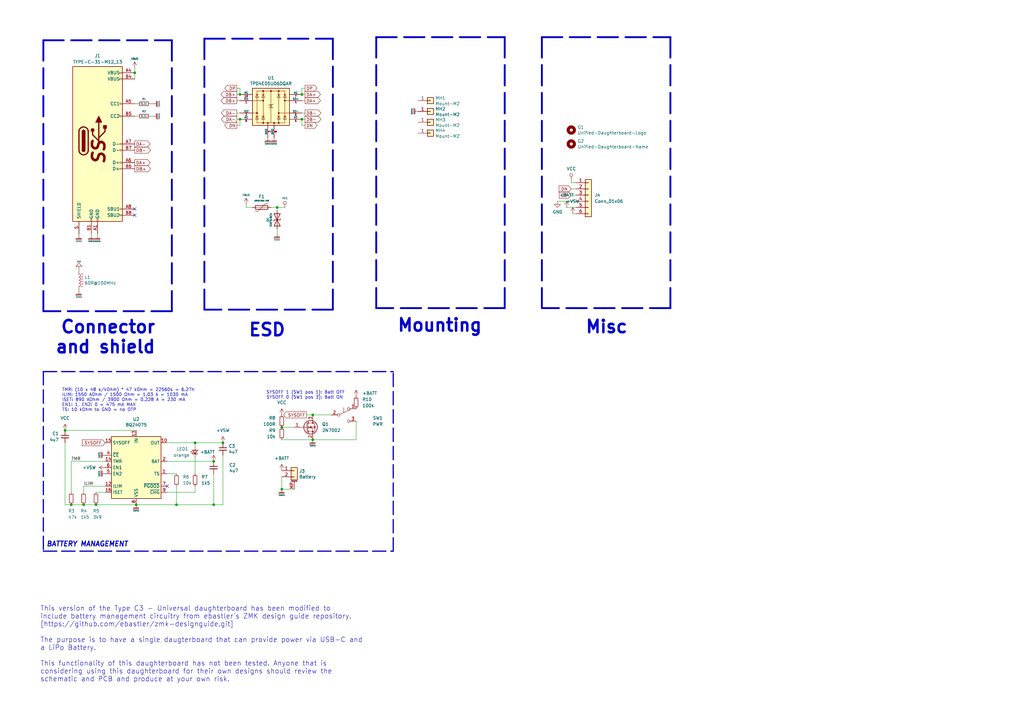
<source format=kicad_sch>
(kicad_sch (version 20231120) (generator "eeschema") (generator_version "8.0")
  (paper "A3")
  (title_block (title "Unified Daughterboard + Battery Management") (date "2020-03-22") (rev "C3") (company "Designed by the keyboard community"))
  (lib_symbols
    (symbol "+BATT_1" (power) (pin_numbers hide) (pin_names (offset 0) hide)
      (property "Value" "+BATT" (at 0 3.556 0))
      (symbol "+BATT_1_0_1"
        (polyline (pts (xy -0.762 1.27) (xy 0 2.54)))
        (polyline (pts (xy 0 0) (xy 0 2.54)))
        (polyline (pts (xy 0 2.54) (xy 0.762 1.27)))
      )
      (symbol "+BATT_1_1_1"
        (pin power_in line (at 0 0 90) (length 0) (name "~") (number "1"))
      )
    )
    (symbol "+VSW_1" (power) (pin_numbers hide) (pin_names (offset 0) hide)
      (property "Value" "+VSW" (at 0 3.556 0))
      (symbol "+VSW_1_0_1"
        (polyline (pts (xy -0.762 1.27) (xy 0 2.54)))
        (polyline (pts (xy 0 0) (xy 0 2.54)))
        (polyline (pts (xy 0 2.54) (xy 0.762 1.27)))
      )
      (symbol "+VSW_1_1_1"
        (pin power_in line (at 0 0 90) (length 0) (name "~") (number "1"))
      )
    )
    (symbol "Battery_Management:BQ24075RGT"
      (property "Reference" "U" (at -8.89 13.97 0))
      (property "Value" "BQ24075RGT" (at 16.51 13.97 0))
      (symbol "BQ24075RGT_0_1"
        (rectangle (start -10.16 12.7) (end 10.16 -12.7) (stroke (width 0.254)) (fill (type background)))
      )
      (symbol "BQ24075RGT_1_1"
        (pin passive line (at 12.7 -2.54 180) (length 2.54) (name "TS") (number "1"))
        (pin power_out line (at 12.7 10.16 180) (length 2.54) (name "OUT") (number "10"))
        (pin passive line (at 12.7 10.16 180) (length 2.54) hide (name "OUT") (number "11"))
        (pin passive line (at -12.7 -7.62 0) (length 2.54) (name "ILIM") (number "12"))
        (pin power_in line (at 0 15.24 270) (length 2.54) (name "IN") (number "13"))
        (pin input line (at -12.7 2.54 0) (length 2.54) (name "TMR") (number "14"))
        (pin input line (at -12.7 10.16 0) (length 2.54) (name "SYSOFF") (number "15"))
        (pin passive line (at -12.7 -10.16 0) (length 2.54) (name "ISET") (number "16"))
        (pin passive line (at 0 -15.24 90) (length 2.54) hide (name "VSS") (number "17"))
        (pin power_out line (at 12.7 2.54 180) (length 2.54) (name "BAT") (number "2"))
        (pin passive line (at 12.7 2.54 180) (length 2.54) hide (name "BAT") (number "3"))
        (pin input line (at -12.7 5.08 0) (length 2.54) (name "~{CE}") (number "4"))
        (pin input line (at -12.7 -2.54 0) (length 2.54) (name "EN2") (number "5"))
        (pin input line (at -12.7 0 0) (length 2.54) (name "EN1") (number "6"))
        (pin open_collector line (at 12.7 -7.62 180) (length 2.54) (name "~{PGOOD}") (number "7"))
        (pin power_in line (at 0 -15.24 90) (length 2.54) (name "VSS") (number "8"))
        (pin open_collector line (at 12.7 -10.16 180) (length 2.54) (name "~{CHG}") (number "9"))
      )
    )
    (symbol "Connector_Generic:Conn_01x01" (pin_names (offset 1.016) hide)
      (property "Reference" "J" (at 0 2.54 0))
      (property "Value" "Conn_01x01" (at 0 -2.54 0))
      (symbol "Conn_01x01_1_1"
        (rectangle (start -1.27 0.127) (end 0 -0.127) (stroke (width 0.1524)))
        (rectangle (start -1.27 1.27) (end 1.27 -1.27) (stroke (width 0.254)) (fill (type background)))
        (pin passive line (at -5.08 0 0) (length 3.81) (name "Pin_1") (number "1"))
      )
    )
    (symbol "Connector_Generic:Conn_01x06" (pin_names (offset 1.016) hide)
      (property "Reference" "J" (at 0 7.62 0))
      (property "Value" "Conn_01x06" (at 0 -10.16 0))
      (symbol "Conn_01x06_1_1"
        (rectangle (start -1.27 -7.493) (end 0 -7.747) (stroke (width 0.1524)))
        (rectangle (start -1.27 -4.953) (end 0 -5.207) (stroke (width 0.1524)))
        (rectangle (start -1.27 -2.413) (end 0 -2.667) (stroke (width 0.1524)))
        (rectangle (start -1.27 0.127) (end 0 -0.127) (stroke (width 0.1524)))
        (rectangle (start -1.27 2.667) (end 0 2.413) (stroke (width 0.1524)))
        (rectangle (start -1.27 5.207) (end 0 4.953) (stroke (width 0.1524)))
        (rectangle (start -1.27 6.35) (end 1.27 -8.89) (stroke (width 0.254)) (fill (type background)))
        (pin passive line (at -5.08 5.08 0) (length 3.81) (name "Pin_1") (number "1"))
        (pin passive line (at -5.08 2.54 0) (length 3.81) (name "Pin_2") (number "2"))
        (pin passive line (at -5.08 0 0) (length 3.81) (name "Pin_3") (number "3"))
        (pin passive line (at -5.08 -2.54 0) (length 3.81) (name "Pin_4") (number "4"))
        (pin passive line (at -5.08 -5.08 0) (length 3.81) (name "Pin_5") (number "5"))
        (pin passive line (at -5.08 -7.62 0) (length 3.81) (name "Pin_6") (number "6"))
      )
    )
    (symbol "Connector_Generic_MountingPin:Conn_01x02_MountingPin" (pin_names (offset 1.016) hide)
      (property "Reference" "J" (at 0 2.54 0))
      (property "Value" "Conn_01x02_MountingPin" (at 1.27 -5.08 0))
      (symbol "Conn_01x02_MountingPin_1_1"
        (rectangle (start -1.27 -2.413) (end 0 -2.667) (stroke (width 0.1524)))
        (rectangle (start -1.27 0.127) (end 0 -0.127) (stroke (width 0.1524)))
        (rectangle (start -1.27 1.27) (end 1.27 -3.81) (stroke (width 0.254)) (fill (type background)))
        (polyline (pts (xy -1.016 -4.572) (xy 1.016 -4.572)) (stroke (width 0.1524)))
        (text "Mounting" (at 0 -4.191 0) (effects (font (size 0.381 0.381))))
        (pin passive line (at -5.08 0 0) (length 3.81) (name "Pin_1") (number "1"))
        (pin passive line (at -5.08 -2.54 0) (length 3.81) (name "Pin_2") (number "2"))
        (pin passive line (at 0 -7.62 90) (length 3.048) (name "MountPin") (number "MP"))
      )
    )
    (symbol "Device:C_Small" (pin_numbers hide) (pin_names (offset 0.254) hide)
      (property "Reference" "C" (at 0.254 1.778 0))
      (property "Value" "C_Small" (at 0.254 -2.032 0))
      (symbol "C_Small_0_1"
        (polyline (pts (xy -1.524 -0.508) (xy 1.524 -0.508)) (stroke (width 0.3302)))
        (polyline (pts (xy -1.524 0.508) (xy 1.524 0.508)) (stroke (width 0.3048)))
      )
      (symbol "C_Small_1_1"
        (pin passive line (at 0 2.54 270) (length 2.032) (name "~") (number "1"))
        (pin passive line (at 0 -2.54 90) (length 2.032) (name "~") (number "2"))
      )
    )
    (symbol "Device:D_TVS" (pin_numbers hide) (pin_names (offset 1.016) hide)
      (property "Reference" "D" (at 0 2.54 0))
      (property "Value" "D_TVS" (at 0 -2.54 0))
      (symbol "D_TVS_0_1"
        (polyline (pts (xy 1.27 0) (xy -1.27 0)))
        (polyline (pts (xy 0.508 1.27) (xy 0 1.27) (xy 0 -1.27) (xy -0.508 -1.27)) (stroke (width 0.254)))
        (polyline (pts (xy -2.54 1.27) (xy -2.54 -1.27) (xy 2.54 1.27) (xy 2.54 -1.27) (xy -2.54 1.27)) (stroke (width 0.254)))
      )
      (symbol "D_TVS_1_1"
        (pin passive line (at -3.81 0 0) (length 2.54) (name "A1") (number "1"))
        (pin passive line (at 3.81 0 180) (length 2.54) (name "A2") (number "2"))
      )
    )
    (symbol "Device:LED_Small" (pin_numbers hide) (pin_names (offset 0.254) hide)
      (property "Reference" "D" (at -1.27 3.175 0))
      (property "Value" "LED_Small" (at -4.445 -2.54 0))
      (symbol "LED_Small_0_1"
        (polyline (pts (xy -0.762 -1.016) (xy -0.762 1.016)) (stroke (width 0.254)))
        (polyline (pts (xy 1.016 0) (xy -0.762 0)))
        (polyline (pts (xy 0.762 -1.016) (xy -0.762 0) (xy 0.762 1.016) (xy 0.762 -1.016)) (stroke (width 0.254)))
        (polyline (pts (xy 0 0.762) (xy -0.508 1.27) (xy -0.254 1.27) (xy -0.508 1.27) (xy -0.508 1.016)))
        (polyline (pts (xy 0.508 1.27) (xy 0 1.778) (xy 0.254 1.778) (xy 0 1.778) (xy 0 1.524)))
      )
      (symbol "LED_Small_1_1"
        (pin passive line (at -2.54 0 0) (length 1.778) (name "K") (number "1"))
        (pin passive line (at 2.54 0 180) (length 1.778) (name "A") (number "2"))
      )
    )
    (symbol "Device:Polyfuse" (pin_numbers hide) (pin_names (offset 0))
      (property "Reference" "F" (at -2.54 0 90))
      (property "Value" "Polyfuse" (at 2.54 0 90))
      (symbol "Polyfuse_0_1"
        (rectangle (start -0.762 2.54) (end 0.762 -2.54) (stroke (width 0.254)))
        (polyline (pts (xy 0 2.54) (xy 0 -2.54)))
        (polyline (pts (xy -1.524 2.54) (xy -1.524 1.524) (xy 1.524 -1.524) (xy 1.524 -2.54)))
      )
      (symbol "Polyfuse_1_1"
        (pin passive line (at 0 3.81 270) (length 1.27) (name "~") (number "1"))
        (pin passive line (at 0 -3.81 90) (length 1.27) (name "~") (number "2"))
      )
    )
    (symbol "Device:R_Small" (pin_numbers hide) (pin_names (offset 0.254) hide)
      (property "Reference" "R" (at 0.762 0.508 0))
      (property "Value" "R_Small" (at 0.762 -1.016 0))
      (symbol "R_Small_0_1"
        (rectangle (start -0.762 1.778) (end 0.762 -1.778) (stroke (width 0.2032)))
      )
      (symbol "R_Small_1_1"
        (pin passive line (at 0 2.54 270) (length 0.762) (name "~") (number "1"))
        (pin passive line (at 0 -2.54 90) (length 0.762) (name "~") (number "2"))
      )
    )
    (symbol "Mechanical:MountingHole" (pin_names (offset 1.016)) (exclude_from_sim yes) (in_bom no)
      (property "Reference" "H" (at 0 5.08 0))
      (property "Value" "MountingHole" (at 0 3.175 0))
      (symbol "MountingHole_0_1"
        (circle (center 0 0) (radius 1.27) (stroke (width 1.27)))
      )
    )
    (symbol "Switch:SW_Push_SPDT" (pin_names (offset 0) hide)
      (property "Reference" "SW" (at 0 4.318 0))
      (property "Value" "SW_Push_SPDT" (at 0 -5.08 0))
      (symbol "SW_Push_SPDT_0_0"
        (circle (center -2.032 0) (radius 0.508))
        (polyline (pts (xy 0 1.016) (xy 0 3.048)))
        (circle (center 2.032 -2.54) (radius 0.508))
      )
      (symbol "SW_Push_SPDT_0_1"
        (polyline (pts (xy -1.524 0.254) (xy 2.54 2.032)))
        (circle (center 2.032 2.54) (radius 0.508))
      )
      (symbol "SW_Push_SPDT_1_1"
        (pin passive line (at 5.08 2.54 180) (length 2.54) (name "A") (number "1"))
        (pin passive line (at -5.08 0 0) (length 2.54) (name "B") (number "2"))
        (pin passive line (at 5.08 -2.54 180) (length 2.54) (name "C") (number "3"))
      )
    )
    (symbol "Transistor_FET:2N7002" (pin_names hide)
      (property "Reference" "Q" (at 5.08 1.905 0))
      (property "Value" "2N7002" (at 5.08 0 0))
      (symbol "2N7002_0_1"
        (polyline (pts (xy 0.254 0) (xy -2.54 0)))
        (polyline (pts (xy 0.254 1.905) (xy 0.254 -1.905)) (stroke (width 0.254)))
        (polyline (pts (xy 0.762 -1.27) (xy 0.762 -2.286)) (stroke (width 0.254)))
        (polyline (pts (xy 0.762 0.508) (xy 0.762 -0.508)) (stroke (width 0.254)))
        (polyline (pts (xy 0.762 2.286) (xy 0.762 1.27)) (stroke (width 0.254)))
        (polyline (pts (xy 2.54 2.54) (xy 2.54 1.778)))
        (polyline (pts (xy 2.54 -2.54) (xy 2.54 0) (xy 0.762 0)))
        (polyline (pts (xy 0.762 -1.778) (xy 3.302 -1.778) (xy 3.302 1.778) (xy 0.762 1.778)))
        (polyline (pts (xy 1.016 0) (xy 2.032 0.381) (xy 2.032 -0.381) (xy 1.016 0)) (fill (type outline)))
        (polyline (pts (xy 2.794 0.508) (xy 2.921 0.381) (xy 3.683 0.381) (xy 3.81 0.254)))
        (polyline (pts (xy 3.302 0.381) (xy 2.921 -0.254) (xy 3.683 -0.254) (xy 3.302 0.381)))
        (circle (center 1.651 0) (radius 2.794) (stroke (width 0.254)))
        (circle (center 2.54 -1.778) (radius 0.254) (fill (type outline)))
        (circle (center 2.54 1.778) (radius 0.254) (fill (type outline)))
      )
      (symbol "2N7002_1_1"
        (pin input line (at -5.08 0 0) (length 2.54) (name "G") (number "1"))
        (pin passive line (at 2.54 -5.08 90) (length 2.54) (name "S") (number "2"))
        (pin passive line (at 2.54 5.08 270) (length 2.54) (name "D") (number "3"))
      )
    )
    (symbol "Unified-Daughterboard-rescue:GND-power" (power) (pin_names (offset 0))
      (property "Value" "power_GND" (at 0 -3.81 0))
      (symbol "GND-power_0_1"
        (polyline (pts (xy 0 0) (xy 0 -1.27) (xy 1.27 -1.27) (xy 0 -2.54) (xy -1.27 -1.27) (xy 0 -1.27)))
      )
      (symbol "GND-power_1_1"
        (pin power_in line (at 0 0 270) (length 0) hide (name "GND") (number "1"))
      )
    )
    (symbol "Unified-Daughterboard-rescue:GNDPWR-power" (power) (pin_names (offset 0))
      (property "Value" "power_GNDPWR" (at 0 -3.302 0))
      (symbol "GNDPWR-power_0_1"
        (polyline (pts (xy 0 -1.27) (xy 0 0)))
        (polyline (pts (xy -1.016 -1.27) (xy -1.27 -2.032) (xy -1.27 -2.032)) (stroke (width 0.2032)))
        (polyline (pts (xy -0.508 -1.27) (xy -0.762 -2.032) (xy -0.762 -2.032)) (stroke (width 0.2032)))
        (polyline (pts (xy 0 -1.27) (xy -0.254 -2.032) (xy -0.254 -2.032)) (stroke (width 0.2032)))
        (polyline (pts (xy 0.508 -1.27) (xy 0.254 -2.032) (xy 0.254 -2.032)) (stroke (width 0.2032)))
        (polyline (pts (xy 1.016 -1.27) (xy -1.016 -1.27) (xy -1.016 -1.27)) (stroke (width 0.2032)))
        (polyline (pts (xy 1.016 -1.27) (xy 0.762 -2.032) (xy 0.762 -2.032) (xy 0.762 -2.032)) (stroke (width 0.2032)))
      )
      (symbol "GNDPWR-power_1_1"
        (pin power_in line (at 0 0 270) (length 0) hide (name "GNDPWR") (number "1"))
      )
    )
    (symbol "Unified-Daughterboard-rescue:L_Core_Ferrite-Device" (pin_numbers hide) (pin_names (offset 1.016) hide)
      (property "Reference" "L" (at -1.27 0 90))
      (property "Value" "Device_L_Core_Ferrite" (at 2.794 0 90))
      (symbol "L_Core_Ferrite-Device_0_1"
        (arc (start 0 -2.54) (mid 0.635 -1.905) (end 0 -1.27))
        (arc (start 0 -1.27) (mid 0.635 -0.635) (end 0 0))
        (polyline (pts (xy 1.016 -2.794) (xy 1.016 -2.286)))
        (polyline (pts (xy 1.016 -1.778) (xy 1.016 -1.27)))
        (polyline (pts (xy 1.016 -0.762) (xy 1.016 -0.254)))
        (polyline (pts (xy 1.016 0.254) (xy 1.016 0.762)))
        (polyline (pts (xy 1.016 1.27) (xy 1.016 1.778)))
        (polyline (pts (xy 1.016 2.286) (xy 1.016 2.794)))
        (polyline (pts (xy 1.524 -2.286) (xy 1.524 -2.794)))
        (polyline (pts (xy 1.524 -1.27) (xy 1.524 -1.778)))
        (polyline (pts (xy 1.524 -0.254) (xy 1.524 -0.762)))
        (polyline (pts (xy 1.524 0.762) (xy 1.524 0.254)))
        (polyline (pts (xy 1.524 1.778) (xy 1.524 1.27)))
        (polyline (pts (xy 1.524 2.794) (xy 1.524 2.286)))
        (arc (start 0 0) (mid 0.635 0.635) (end 0 1.27))
        (arc (start 0 1.27) (mid 0.635 1.905) (end 0 2.54))
      )
      (symbol "L_Core_Ferrite-Device_1_1"
        (pin passive line (at 0 3.81 270) (length 1.27) (name "1") (number "1"))
        (pin passive line (at 0 -3.81 90) (length 1.27) (name "2") (number "2"))
      )
    )
    (symbol "Unified-Daughterboard-rescue:VBUS-power" (power) (pin_names (offset 0))
      (property "Value" "power_VBUS" (at 0 3.81 0))
      (symbol "VBUS-power_0_1"
        (polyline (pts (xy -0.762 1.27) (xy 0 2.54)))
        (polyline (pts (xy 0 0) (xy 0 2.54)))
        (polyline (pts (xy 0 2.54) (xy 0.762 1.27)))
      )
      (symbol "VBUS-power_1_1"
        (pin power_in line (at 0 0 90) (length 0) hide (name "VBUS") (number "1"))
      )
    )
    (symbol "Unified-Daughterboard-rescue:VCC-power" (power) (pin_names (offset 0))
      (property "Value" "power_VCC" (at 0 3.81 0))
      (symbol "VCC-power_0_1"
        (polyline (pts (xy 0 0) (xy 0 1.27)))
        (circle (center 0 1.905) (radius 0.635))
      )
      (symbol "VCC-power_1_1"
        (pin power_in line (at 0 0 90) (length 0) hide (name "VCC") (number "1"))
      )
    )
    (symbol "acheronSymbols:TPD4E05U06DQAR" (pin_names (offset 0))
      (property "Reference" "U" (at 0 12.7 0))
      (property "Value" "TPD4E05U06DQAR" (at 0 10.16 0))
      (symbol "TPD4E05U06DQAR_0_0"
        (rectangle (start -5.715 6.477) (end 5.715 -6.604))
        (polyline (pts (xy -3.175 -6.604) (xy -3.175 6.477)))
        (polyline (pts (xy 0 6.477) (xy 0 -6.604)))
        (polyline (pts (xy 3.175 6.477) (xy 3.175 -6.604)))
      )
      (symbol "TPD4E05U06DQAR_0_1"
        (rectangle (start -7.62 7.62) (end 7.62 -7.62) (stroke (width 0.254)) (fill (type background)))
        (circle (center -5.715 -2.54) (radius 0.2794) (fill (type outline)))
        (circle (center -3.175 -6.604) (radius 0.2794) (fill (type outline)))
        (circle (center -3.175 2.54) (radius 0.2794) (fill (type outline)))
        (circle (center -3.175 6.477) (radius 0.2794) (fill (type outline)))
        (circle (center -1.27 -6.604) (radius 0.2794) (fill (type outline)))
        (polyline (pts (xy -7.747 2.54) (xy -3.175 2.54)))
        (polyline (pts (xy -7.62 -2.54) (xy -5.715 -2.54)))
        (polyline (pts (xy -5.08 -3.81) (xy -6.35 -3.81)))
        (polyline (pts (xy -5.08 5.08) (xy -6.35 5.08)))
        (polyline (pts (xy -2.54 -3.81) (xy -3.81 -3.81)))
        (polyline (pts (xy -2.54 5.08) (xy -3.81 5.08)))
        (polyline (pts (xy -1.27 -6.604) (xy -1.27 -7.62)))
        (polyline (pts (xy -0.635 0.889) (xy -1.016 0.635)))
        (polyline (pts (xy 0.635 0.889) (xy -0.635 0.889)))
        (polyline (pts (xy 0.635 0.889) (xy 1.016 1.143)))
        (polyline (pts (xy 3.81 -3.81) (xy 2.54 -3.81)))
        (polyline (pts (xy 3.81 5.08) (xy 2.54 5.08)))
        (polyline (pts (xy 6.35 -3.81) (xy 5.08 -3.81)))
        (polyline (pts (xy 6.35 5.08) (xy 5.08 5.08)))
        (polyline (pts (xy 7.62 -2.54) (xy 3.175 -2.54)))
        (polyline (pts (xy 7.62 2.54) (xy 5.715 2.54)))
        (polyline (pts (xy -5.08 -5.08) (xy -6.35 -5.08) (xy -5.715 -3.81) (xy -5.08 -5.08)))
        (polyline (pts (xy -5.08 3.81) (xy -6.35 3.81) (xy -5.715 5.08) (xy -5.08 3.81)))
        (polyline (pts (xy -2.54 -5.08) (xy -3.81 -5.08) (xy -3.175 -3.81) (xy -2.54 -5.08)))
        (polyline (pts (xy -2.54 3.81) (xy -3.81 3.81) (xy -3.175 5.08) (xy -2.54 3.81)))
        (polyline (pts (xy 0.635 -0.381) (xy -0.635 -0.381) (xy 0 0.889) (xy 0.635 -0.381)))
        (polyline (pts (xy 3.81 -5.08) (xy 2.54 -5.08) (xy 3.175 -3.81) (xy 3.81 -5.08)))
        (polyline (pts (xy 3.81 3.81) (xy 2.54 3.81) (xy 3.175 5.08) (xy 3.81 3.81)))
        (polyline (pts (xy 6.35 -5.08) (xy 5.08 -5.08) (xy 5.715 -3.81) (xy 6.35 -5.08)))
        (polyline (pts (xy 6.35 3.81) (xy 5.08 3.81) (xy 5.715 5.08) (xy 6.35 3.81)))
        (circle (center 0 6.477) (radius 0.2794) (fill (type outline)))
        (circle (center 3.175 -6.604) (radius 0.2794) (fill (type outline)))
        (circle (center 3.175 -2.54) (radius 0.2794) (fill (type outline)))
        (circle (center 3.175 6.477) (radius 0.2794) (fill (type outline)))
        (circle (center 5.715 2.54) (radius 0.2794) (fill (type outline)))
      )
      (symbol "TPD4E05U06DQAR_1_1"
        (polyline (pts (xy 1.27 -6.604) (xy 1.27 -7.62)))
        (circle (center 1.27 -6.604) (radius 0.2794) (fill (type outline)))
        (pin bidirectional line (at -12.7 2.54 0) (length 5.08) (name "IO1") (number "1"))
        (pin bidirectional line (at -12.7 5.08 0) (length 5.08) (name "NC") (number "10"))
        (pin bidirectional line (at -12.7 -2.54 0) (length 5.08) (name "IO2") (number "2"))
        (pin power_in line (at -1.27 -12.7 90) (length 5.08) (name "GND") (number "3"))
        (pin bidirectional line (at 12.7 2.54 180) (length 5.08) (name "D2+") (number "4"))
        (pin bidirectional line (at 12.7 -2.54 180) (length 5.08) (name "D2-") (number "5"))
        (pin bidirectional line (at 12.7 -5.08 180) (length 5.08) (name "NC") (number "6"))
        (pin bidirectional line (at 12.7 5.08 180) (length 5.08) (name "NC") (number "7"))
        (pin power_in line (at 1.27 -12.7 90) (length 5.08) (name "GND") (number "8"))
        (pin bidirectional line (at -12.7 -5.08 0) (length 5.08) (name "NC") (number "9"))
      )
    )
    (symbol "acheronSymbols:TYPE-C-31-M12_13" (pin_names (offset 1.016))
      (property "Reference" "J" (at -1.27 35.56 0))
      (property "Value" "TYPE-C-31-M12_13" (at 10.16 33.02 0))
      (symbol "TYPE-C-31-M12_13_0_0"
        (rectangle (start -0.254 -31.75) (end 0.254 -30.734))
        (rectangle (start 10.16 -28.956) (end 9.144 -29.464))
        (rectangle (start 10.16 -26.416) (end 9.144 -26.924))
        (rectangle (start 10.16 -9.906) (end 9.144 -10.414))
        (rectangle (start 10.16 -7.366) (end 9.144 -7.874))
        (rectangle (start 10.16 -2.286) (end 9.144 -2.794))
        (rectangle (start 10.16 0.254) (end 9.144 -0.254))
        (rectangle (start 10.16 11.684) (end 9.144 11.176))
        (rectangle (start 10.16 16.764) (end 9.144 16.256))
        (rectangle (start 10.16 29.464) (end 9.144 28.956))
        (text "SS" (at 0.508 -3.175 900) (effects (font (size 5.08 5.08) (bold yes) (italic yes))))
      )
      (symbol "TYPE-C-31-M12_13_0_1"
        (rectangle (start -10.16 31.75) (end 10.16 -31.75) (stroke (width 0.254)) (fill (type background)))
        (arc (start -7.62 -2.54) (mid -5.715 -4.445) (end -3.81 -2.54) (stroke (width 0.508)))
        (arc (start -6.35 -2.54) (mid -5.715 -3.175) (end -5.08 -2.54) (stroke (width 0.254)))
        (arc (start -6.35 -2.54) (mid -5.715 -3.175) (end -5.08 -2.54) (stroke (width 0.254)) (fill (type outline)))
        (rectangle (start -6.35 -2.54) (end -5.08 5.08) (stroke (width 0.254)) (fill (type outline)))
        (arc (start -5.08 5.08) (mid -5.715 5.715) (end -6.35 5.08) (stroke (width 0.254)))
        (arc (start -5.08 5.08) (mid -5.715 5.715) (end -6.35 5.08) (stroke (width 0.254)) (fill (type outline)))
        (arc (start -3.81 5.08) (mid -5.715 6.985) (end -7.62 5.08) (stroke (width 0.508)))
        (circle (center -2.032 5.715) (radius 0.635) (stroke (width 0.254)) (fill (type outline)))
        (polyline (pts (xy -7.62 -2.54) (xy -7.62 5.08)) (stroke (width 0.508)))
        (polyline (pts (xy -3.81 5.08) (xy -3.81 -2.54)) (stroke (width 0.508)))
        (polyline (pts (xy 0.508 0) (xy 0.508 8.89)) (stroke (width 0.508)))
        (polyline (pts (xy 0.508 1.27) (xy -2.032 3.81) (xy -2.032 5.08)) (stroke (width 0.508)))
        (polyline (pts (xy 0.508 2.54) (xy 3.048 5.08) (xy 3.048 6.35)) (stroke (width 0.508)))
        (polyline (pts (xy -0.762 8.89) (xy 0.508 11.43) (xy 1.778 8.89) (xy -0.762 8.89)) (stroke (width 0.254)) (fill (type outline)))
        (rectangle (start 2.413 6.35) (end 3.683 7.62) (stroke (width 0.254)) (fill (type outline)))
      )
      (symbol "TYPE-C-31-M12_13_1_1"
        (rectangle (start -2.794 -31.75) (end -2.286 -30.734))
        (rectangle (start 10.16 26.924) (end 9.144 26.416))
        (pin power_out line (at 0 -36.83 90) (length 5.08) (name "GND") (number "A1"))
        (pin power_out line (at 15.24 29.21 180) (length 5.08) (name "VBUS") (number "A4"))
        (pin bidirectional line (at 15.24 16.51 180) (length 5.08) (name "CC1") (number "A5"))
        (pin bidirectional line (at 15.24 -7.62 180) (length 5.08) (name "D+") (number "A6"))
        (pin bidirectional line (at 15.24 0 180) (length 5.08) (name "D-") (number "A7"))
        (pin bidirectional line (at 15.24 -26.67 180) (length 5.08) (name "SBU1") (number "A8"))
        (pin power_out line (at -2.54 -36.83 90) (length 5.08) (name "GND") (number "B1"))
        (pin power_out line (at 15.24 26.67 180) (length 5.08) (name "VBUS") (number "B4"))
        (pin bidirectional line (at 15.24 11.43 180) (length 5.08) (name "CC2") (number "B5"))
        (pin bidirectional line (at 15.24 -10.16 180) (length 5.08) (name "D+") (number "B6"))
        (pin bidirectional line (at 15.24 -2.54 180) (length 5.08) (name "D-") (number "B7"))
        (pin bidirectional line (at 15.24 -29.21 180) (length 5.08) (name "SBU2") (number "B8"))
        (pin passive line (at -7.62 -36.83 90) (length 5.08) (name "SHIELD") (number "S"))
      )
    )
    (symbol "power:+BATT" (power) (pin_names (offset 0))
      (property "Value" "+BATT" (at 0 3.556 0))
      (symbol "+BATT_0_1"
        (polyline (pts (xy -0.762 1.27) (xy 0 2.54)))
        (polyline (pts (xy 0 0) (xy 0 2.54)))
        (polyline (pts (xy 0 2.54) (xy 0.762 1.27)))
      )
      (symbol "+BATT_1_1"
        (pin power_in line (at 0 0 90) (length 0) hide (name "+BATT") (number "1"))
      )
    )
    (symbol "power:+VSW" (power) (pin_names (offset 0))
      (property "Value" "+VSW" (at 0 3.556 0))
      (symbol "+VSW_0_1"
        (polyline (pts (xy -0.762 1.27) (xy 0 2.54)))
        (polyline (pts (xy 0 0) (xy 0 2.54)))
        (polyline (pts (xy 0 2.54) (xy 0.762 1.27)))
      )
      (symbol "+VSW_1_1"
        (pin power_in line (at 0 0 90) (length 0) hide (name "+VSW") (number "1"))
      )
    )
    (symbol "power:VCC" (power) (pin_numbers hide) (pin_names (offset 0) hide)
      (property "Value" "VCC" (at 0 3.556 0))
      (symbol "VCC_0_1"
        (polyline (pts (xy -0.762 1.27) (xy 0 2.54)))
        (polyline (pts (xy 0 0) (xy 0 2.54)))
        (polyline (pts (xy 0 2.54) (xy 0.762 1.27)))
      )
      (symbol "VCC_1_1"
        (pin power_in line (at 0 0 90) (length 0) (name "~") (number "1"))
      )
    )
  )
  (junction (at 115.57 175.26))
  (junction (at 128.27 170.18))
  (junction (at 29.21 207.01) (diameter 0.9144))
  (junction (at 123.825 38.735))
  (junction (at 123.825 48.895))
  (junction (at 98.425 38.735))
  (junction (at 128.27 180.34))
  (junction (at 39.37 207.01) (diameter 0.9144))
  (junction (at 87.63 207.01))
  (junction (at 26.67 176.53))
  (junction (at 55.88 207.01) (diameter 0.9144))
  (junction (at 72.39 207.01) (diameter 0.9144))
  (junction (at 34.29 207.01) (diameter 0.9144))
  (junction (at 87.63 189.23) (diameter 0.9144))
  (junction (at 91.44 181.61))
  (junction (at 115.57 200.66))
  (junction (at 80.01 181.61))
  (junction (at 55.245 29.845))
  (junction (at 98.425 48.895))
  (junction (at 113.665 85.09))
  (no_connect (at 55.245 85.725))
  (no_connect (at 55.245 88.265))
  (no_connect (at 68.58 199.39))
  (wire (pts (xy 234.315 73.66) (xy 234.315 74.93)))
  (polyline (pts (xy 274.955 15.24) (xy 274.955 126.365)) (stroke (width 0.762) (type dash)))
  (wire (pts (xy 91.44 186.69) (xy 91.44 207.01)))
  (wire (pts (xy 37.465 95.885) (xy 37.465 96.52)))
  (wire (pts (xy 68.58 189.23) (xy 87.63 189.23)))
  (wire (pts (xy 68.58 194.31) (xy 72.39 194.31)))
  (wire (pts (xy 113.665 85.09) (xy 113.665 86.36)))
  (wire (pts (xy 97.155 46.355) (xy 98.425 46.355)))
  (wire (pts (xy 98.425 36.195) (xy 98.425 38.735)))
  (wire (pts (xy 34.29 199.39) (xy 34.29 201.93)))
  (wire (pts (xy 55.245 47.625) (xy 56.515 47.625)))
  (wire (pts (xy 236.22 77.47) (xy 234.315 77.47)))
  (wire (pts (xy 29.21 189.23) (xy 43.18 189.23)))
  (wire (pts (xy 125.095 36.195) (xy 123.825 36.195)))
  (polyline (pts (xy 17.78 152.4) (xy 161.29 152.4)) (stroke (width 0.5) (type dash)))
  (wire (pts (xy 68.58 181.61) (xy 80.01 181.61)))
  (wire (pts (xy 80.01 187.96) (xy 80.01 194.31)))
  (wire (pts (xy 115.57 195.58) (xy 115.57 200.66)))
  (polyline (pts (xy 83.82 15.875) (xy 136.525 15.875)) (stroke (width 0.762) (type dash)))
  (wire (pts (xy 80.01 182.88) (xy 80.01 181.61)))
  (wire (pts (xy 26.67 181.61) (xy 26.67 207.01)))
  (wire (pts (xy 97.155 38.735) (xy 98.425 38.735)))
  (polyline (pts (xy 207.01 126.365) (xy 154.305 126.365)) (stroke (width 0.762) (type dash)))
  (polyline (pts (xy 17.78 16.51) (xy 17.78 127.635)) (stroke (width 0.762) (type dash)))
  (wire (pts (xy 55.245 27.94) (xy 55.245 29.845)))
  (wire (pts (xy 34.29 199.39) (xy 43.18 199.39)))
  (polyline (pts (xy 161.29 226.06) (xy 161.29 152.4)) (stroke (width 0.5) (type dash)))
  (wire (pts (xy 228.6 82.55) (xy 236.22 82.55)))
  (polyline (pts (xy 17.78 152.4) (xy 17.78 226.06)) (stroke (width 0.5) (type dash)))
  (polyline (pts (xy 70.485 127.635) (xy 17.78 127.635)) (stroke (width 0.762) (type dash)))
  (wire (pts (xy 123.825 48.895) (xy 125.095 48.895)))
  (wire (pts (xy 232.41 85.09) (xy 236.22 85.09)))
  (wire (pts (xy 123.825 46.355) (xy 125.095 46.355)))
  (polyline (pts (xy 154.305 15.24) (xy 207.01 15.24)) (stroke (width 0.762) (type dash)))
  (wire (pts (xy 72.39 207.01) (xy 87.63 207.01)))
  (wire (pts (xy 113.665 85.09) (xy 116.84 85.09)))
  (wire (pts (xy 123.825 41.275) (xy 125.095 41.275)))
  (wire (pts (xy 55.245 42.545) (xy 56.515 42.545)))
  (wire (pts (xy 146.05 180.34) (xy 128.27 180.34)))
  (wire (pts (xy 32.385 95.885) (xy 32.385 96.52)))
  (wire (pts (xy 97.155 51.435) (xy 98.425 51.435)))
  (wire (pts (xy 91.44 207.01) (xy 87.63 207.01)))
  (polyline (pts (xy 222.25 15.24) (xy 222.25 126.365)) (stroke (width 0.762) (type dash)))
  (wire (pts (xy 72.39 199.39) (xy 72.39 207.01)))
  (wire (pts (xy 87.63 194.31) (xy 87.63 207.01)))
  (wire (pts (xy 29.21 207.01) (xy 34.29 207.01)))
  (wire (pts (xy 68.58 201.93) (xy 80.01 201.93)))
  (wire (pts (xy 123.825 36.195) (xy 123.825 38.735)))
  (polyline (pts (xy 136.525 15.875) (xy 136.525 127)) (stroke (width 0.762) (type dash)))
  (wire (pts (xy 26.67 207.01) (xy 29.21 207.01)))
  (wire (pts (xy 115.57 175.26) (xy 120.65 175.26)))
  (wire (pts (xy 113.665 93.98) (xy 113.665 95.885)))
  (polyline (pts (xy 17.78 16.51) (xy 70.485 16.51)) (stroke (width 0.762) (type dash)))
  (wire (pts (xy 34.29 207.01) (xy 39.37 207.01)))
  (wire (pts (xy 128.27 170.18) (xy 135.89 170.18)))
  (wire (pts (xy 97.155 48.895) (xy 98.425 48.895)))
  (wire (pts (xy 123.825 38.735) (xy 125.095 38.735)))
  (polyline (pts (xy 207.01 15.24) (xy 207.01 126.365)) (stroke (width 0.762) (type dash)))
  (wire (pts (xy 125.73 170.18) (xy 128.27 170.18)))
  (polyline (pts (xy 222.25 15.24) (xy 274.955 15.24)) (stroke (width 0.762) (type dash)))
  (wire (pts (xy 111.125 85.09) (xy 113.665 85.09)))
  (wire (pts (xy 123.825 48.895) (xy 123.825 51.435)))
  (wire (pts (xy 55.88 207.01) (xy 72.39 207.01)))
  (polyline (pts (xy 17.78 226.06) (xy 161.29 226.06)) (stroke (width 0.5) (type dash)))
  (wire (pts (xy 39.37 207.01) (xy 55.88 207.01)))
  (wire (pts (xy 39.37 201.93) (xy 43.18 201.93)))
  (wire (pts (xy 115.57 200.66) (xy 120.65 200.66)))
  (wire (pts (xy 61.595 42.545) (xy 62.865 42.545)))
  (polyline (pts (xy 70.485 16.51) (xy 70.485 127.635)) (stroke (width 0.762) (type dash)))
  (wire (pts (xy 123.825 51.435) (xy 125.095 51.435)))
  (wire (pts (xy 32.385 110.49) (xy 32.385 111.125)))
  (wire (pts (xy 146.05 172.72) (xy 146.05 180.34)))
  (wire (pts (xy 26.67 176.53) (xy 55.88 176.53)))
  (wire (pts (xy 98.425 51.435) (xy 98.425 48.895)))
  (wire (pts (xy 100.965 83.82) (xy 100.965 85.09)))
  (wire (pts (xy 32.385 118.745) (xy 32.385 119.38)))
  (wire (pts (xy 80.01 181.61) (xy 91.44 181.61)))
  (polyline (pts (xy 136.525 127) (xy 83.82 127)) (stroke (width 0.762) (type dash)))
  (polyline (pts (xy 274.955 126.365) (xy 222.25 126.365)) (stroke (width 0.762) (type dash)))
  (polyline (pts (xy 154.305 15.24) (xy 154.305 126.365)) (stroke (width 0.762) (type dash)))
  (wire (pts (xy 100.965 85.09) (xy 103.505 85.09)))
  (wire (pts (xy 234.95 87.63) (xy 236.22 87.63)))
  (wire (pts (xy 61.595 47.625) (xy 62.865 47.625)))
  (wire (pts (xy 234.315 74.93) (xy 236.22 74.93)))
  (wire (pts (xy 115.57 180.34) (xy 128.27 180.34)))
  (wire (pts (xy 29.21 189.23) (xy 29.21 201.93)))
  (wire (pts (xy 40.005 95.885) (xy 40.005 96.52)))
  (wire (pts (xy 97.155 36.195) (xy 98.425 36.195)))
  (wire (pts (xy 97.155 41.275) (xy 98.425 41.275)))
  (wire (pts (xy 234.315 80.01) (xy 236.22 80.01)))
  (wire (pts (xy 80.01 199.39) (xy 80.01 201.93)))
  (wire (pts (xy 55.245 29.845) (xy 55.245 32.385)))
  (polyline (pts (xy 83.82 15.875) (xy 83.82 127)) (stroke (width 0.762) (type dash)))
  (text "Misc" (at 257.81 137.16 0) (effects (font (size 5.08 5.08) (thickness 1.016) (bold yes)) (justify right bottom)))
  (text "BATTERY MANAGEMENT" (at 35.814 223.266 0) (effects (font (size 2 2) (thickness 0.4) (bold yes) (italic yes))))
  (text "Mounting" (at 198.12 136.525 0) (effects (font (size 5.08 5.08) (thickness 1.016) (bold yes)) (justify right bottom)))
  (text "This version of the Type C3 - Universal daughterboard has been modified to\ninclude battery management circuitry from ebastler's ZMK design guide repository.\n[https://github.com/ebastler/zmk-designguide.git]\n\nThe purpose is to have a single daugterboard that can provide power via USB-C and\na LiPo Battery.\n\nThis functionality of this daughterboard has not been tested. Anyone that is\nconsidering using this daughterboard for their own designs should review the\nschematic and PCB and produce at your own risk." (at 16.51 264.16 0) (effects (font (size 2 2)) (justify left)))
  (text "TMR: (10 x 48 s/kOhm) * 47 kOhm = 22560s = 6.27h\nILIM: 1550 AOhm / 1500 Ohm = 1.03 A = 1030 mA\nISET: 890 AOhm / 3900 Ohm = 0.228 A = 230 mA\nEN1: 1, EN2: 0 = 475 mA MAX\nTS: 10 kOhm to GND = no OTP" (at 25.4 168.91 0) (effects (font (size 1.27 1.27)) (justify left bottom)))
  (text "ESD" (at 117.475 138.43 0) (effects (font (size 5.08 5.08) (thickness 1.016) (bold yes)) (justify right bottom)))
  (text "Connector\nand shield" (at 64.135 145.415 0) (effects (font (size 5.08 5.08) (thickness 1.016) (bold yes)) (justify right bottom)))
  (text "SYSOFF 1 (SW1 pos 1): Batt OFF\nSYSOFF 0 (SW1 pos 3): Batt ON" (at 109.22 163.83 0) (effects (font (size 1.27 1.27)) (justify left bottom)))
  (label "ILIM" (at 34.29 199.39 0))
  (label "TMR" (at 29.21 189.23 0))
  (global_label "DA-" (shape output) (at 97.155 48.895 180) (property "Intersheetrefs" "${INTERSHEET_REFS}" (effects (hide yes))))
  (global_label "DP" (shape output) (at 125.095 36.195 0) (property "Intersheetrefs" "${INTERSHEET_REFS}" (effects (hide yes))))
  (global_label "DB-" (shape output) (at 125.095 48.895 0) (property "Intersheetrefs" "${INTERSHEET_REFS}" (effects (hide yes))))
  (global_label "DN" (shape output) (at 97.155 51.435 180) (property "Intersheetrefs" "${INTERSHEET_REFS}" (effects (hide yes))))
  (global_label "DB+" (shape output) (at 55.245 69.215 0) (property "Intersheetrefs" "${INTERSHEET_REFS}" (effects (hide yes))))
  (global_label "DB-" (shape output) (at 125.095 46.355 0) (property "Intersheetrefs" "${INTERSHEET_REFS}" (effects (hide yes))))
  (global_label "DA-" (shape output) (at 97.155 46.355 180) (property "Intersheetrefs" "${INTERSHEET_REFS}" (effects (hide yes))))
  (global_label "SYSOFF" (shape output) (at 125.73 170.18 180) (property "Intersheetrefs" "${INTERSHEET_REFS}" (effects (hide yes))))
  (global_label "DA-" (shape output) (at 55.245 59.055 0) (property "Intersheetrefs" "${INTERSHEET_REFS}" (effects (hide yes))))
  (global_label "DN" (shape input) (at 234.315 77.47 180) (property "Intersheetrefs" "${INTERSHEET_REFS}" (effects (hide yes))))
  (global_label "DP" (shape output) (at 97.155 36.195 180) (property "Intersheetrefs" "${INTERSHEET_REFS}" (effects (hide yes))))
  (global_label "DB+" (shape output) (at 97.155 38.735 180) (property "Intersheetrefs" "${INTERSHEET_REFS}" (effects (hide yes))))
  (global_label "DN" (shape output) (at 125.095 51.435 0) (property "Intersheetrefs" "${INTERSHEET_REFS}" (effects (hide yes))))
  (global_label "DA+" (shape output) (at 55.245 66.675 0) (property "Intersheetrefs" "${INTERSHEET_REFS}" (effects (hide yes))))
  (global_label "DB+" (shape output) (at 97.155 41.275 180) (property "Intersheetrefs" "${INTERSHEET_REFS}" (effects (hide yes))))
  (global_label "DB-" (shape output) (at 55.245 61.595 0) (property "Intersheetrefs" "${INTERSHEET_REFS}" (effects (hide yes))))
  (global_label "DA+" (shape output) (at 125.095 41.275 0) (property "Intersheetrefs" "${INTERSHEET_REFS}" (effects (hide yes))))
  (global_label "DA+" (shape output) (at 125.095 38.735 0) (property "Intersheetrefs" "${INTERSHEET_REFS}" (effects (hide yes))))
  (global_label "SYSOFF" (shape input) (at 43.18 181.61 180) (property "Intersheetrefs" "${INTERSHEET_REFS}" (effects (hide yes))))
  (global_label "DP" (shape input) (at 234.315 80.01 180) (property "Intersheetrefs" "${INTERSHEET_REFS}" (effects (hide yes))))
  (symbol (lib_id "Device:R_Small") (at 59.055 42.545 90) (unit 1)
    (property "Reference" "R1" (at 59.055 40.64 90) (effects (font (size 0.762 0.762))))
    (property "Value" "5.1k" (at 59.055 42.545 90) (effects (font (size 0.762 0.762))))
    (property "Footprint" "Resistors_SMD:R_0603" (effects (hide yes)))
    (property "Package" "R0603" (effects (hide yes)))
  )
  (symbol (lib_id "Device:R_Small") (at 59.055 47.625 90) (unit 1)
    (property "Reference" "R2" (at 59.055 45.72 90) (effects (font (size 0.762 0.762))))
    (property "Value" "5.1k" (at 59.055 47.625 90) (effects (font (size 0.762 0.762))))
    (property "Footprint" "Resistors_SMD:R_0603" (effects (hide yes)))
    (property "Package" "R0603" (effects (hide yes)))
  )
  (symbol (lib_id "Unified-Daughterboard-rescue:GND-power") (at 228.6 82.55 0) (unit 1)
    (property "Reference" "#PWR0104" (effects (hide yes)))
    (property "Value" "GND" (at 228.727 86.9442 0))
  )
  (symbol (lib_id "Connector_Generic:Conn_01x01") (at 176.53 41.275 0) (unit 1)
    (property "Reference" "MH1" (at 178.5366 40.2082 0) (effects (justify left)))
    (property "Value" "Mount-M2" (at 178.5366 42.5196 0) (effects (justify left)))
    (property "Footprint" "random-keyboard-parts:Generic-Mounthole" (effects (hide yes)))
  )
  (symbol (lib_id "Connector_Generic:Conn_01x01") (at 176.53 45.72 0) (unit 1)
    (property "Reference" "MH2" (at 178.5366 44.6532 0) (effects (justify left)))
    (property "Value" "Mount-M2" (at 178.5366 46.9646 0) (effects (justify left)))
    (property "Footprint" "random-keyboard-parts:Generic-Mounthole" (effects (hide yes)))
  )
  (symbol (lib_id "Connector_Generic:Conn_01x01") (at 176.53 50.165 0) (unit 1)
    (property "Reference" "MH3" (at 178.5366 49.0982 0) (effects (justify left)))
    (property "Value" "Mount-M2" (at 178.5366 51.4096 0) (effects (justify left)))
    (property "Footprint" "random-keyboard-parts:Generic-Mounthole" (effects (hide yes)))
  )
  (symbol (lib_id "Connector_Generic:Conn_01x01") (at 176.53 54.61 0) (unit 1)
    (property "Reference" "MH4" (at 178.5366 53.5432 0) (effects (justify left)))
    (property "Value" "Mount-M2" (at 178.5366 55.8546 0) (effects (justify left)))
    (property "Footprint" "random-keyboard-parts:Generic-Mounthole" (effects (hide yes)))
  )
  (symbol (lib_id "Device:D_TVS") (at 113.665 90.17 270) (mirror x) (unit 1)
    (property "Reference" "D1" (at 109.855 90.17 0) (effects (font (size 0.762 0.762))))
    (property "Value" "SMF9.0CA" (at 111.125 90.17 0) (effects (font (size 0.762 0.762))))
    (property "Footprint" "acheron_Components:D_SOD-123_Bidirectional" (effects (hide yes)))
    (property "Package" "SOD-123F-B" (effects (hide yes)))
    (property "Manufacturer" "Microdiode Electronics" (effects (hide yes)))
    (property "Manufacturer Part No" "SMF9.0CA" (effects (hide yes)))
    (property "LCSC Part No" "C123799" (effects (hide yes)))
  )
  (symbol (lib_id "acheronSymbols:TYPE-C-31-M12_13") (at 40.005 59.055 0) (unit 1)
    (property "Reference" "J1" (at 40.005 22.86 0))
    (property "Value" "TYPE-C-31-M12_13" (at 40.005 25.4 0))
    (property "Footprint" "acheron_Connectors:TYPE-C-31-M-12" (effects (hide yes)))
    (property "Manufacturer" "Korean Hroparts" (effects (hide yes)))
    (property "Manufacturer Part No" "TYPE-C-31-M-12" (effects (hide yes)))
    (property "LCSC Part No" "C165948" (effects (hide yes)))
  )
  (symbol (lib_id "Unified-Daughterboard-rescue:GNDPWR-power") (at 32.385 96.52 0) (unit 1)
    (property "Reference" "#PWR0106" (effects (hide yes)))
    (property "Value" "GNDPWR" (at 32.385 99.06 0) (effects (font (size 0.381 0.381))))
  )
  (symbol (lib_id "Unified-Daughterboard-rescue:GNDPWR-power") (at 37.465 96.52 0) (unit 1)
    (property "Reference" "#PWR0107" (effects (hide yes)))
    (property "Value" "GNDPWR" (at 37.465 99.06 0) (effects (font (size 0.381 0.381))))
  )
  (symbol (lib_id "Unified-Daughterboard-rescue:VBUS-power") (at 55.245 27.94 0) (unit 1)
    (property "Reference" "#PWR0113" (effects (hide yes)))
    (property "Value" "VBUS" (at 55.245 24.13 0) (effects (font (size 0.762 0.762))))
  )
  (symbol (lib_id "Unified-Daughterboard-rescue:GNDPWR-power") (at 40.005 96.52 0) (unit 1)
    (property "Reference" "#PWR0105" (effects (hide yes)))
    (property "Value" "GNDPWR" (at 40.005 99.06 0) (effects (font (size 0.381 0.381))))
  )
  (symbol (lib_id "Mechanical:MountingHole") (at 234.315 59.055 0) (unit 1)
    (property "Reference" "G2" (at 236.855 57.912 0) (effects (justify left)))
    (property "Value" "Unified-Daughterboard-Name" (at 236.855 60.198 0) (effects (justify left)))
    (property "Footprint" "Unified-Daughterboard-Logo:Unified-Daughterboard-Name.pretty" (effects (hide yes)))
  )
  (symbol (lib_id "Unified-Daughterboard-rescue:GNDPWR-power") (at 62.865 42.545 90) (unit 1)
    (property "Reference" "#PWR0102" (effects (hide yes)))
    (property "Value" "GNDPWR" (at 65.405 42.545 0) (effects (font (size 0.381 0.381))))
  )
  (symbol (lib_id "Unified-Daughterboard-rescue:GNDPWR-power") (at 62.865 47.625 90) (unit 1)
    (property "Reference" "#PWR0101" (effects (hide yes)))
    (property "Value" "GNDPWR" (at 65.405 47.625 0) (effects (font (size 0.381 0.381))))
  )
  (symbol (lib_id "Unified-Daughterboard-rescue:GNDPWR-power") (at 171.45 45.72 270) (unit 1)
    (property "Reference" "#PWR0110" (effects (hide yes)))
    (property "Value" "GNDPWR" (at 168.91 45.72 0) (effects (font (size 0.381 0.381))))
  )
  (symbol (lib_id "acheronSymbols:TPD4E05U06DQAR") (at 111.125 43.815 0) (unit 1)
    (property "Reference" "U1" (at 111.125 31.9786 0))
    (property "Value" "TPD4E05U06DQAR" (at 111.125 34.29 0))
    (property "Footprint" "acheron_Components:USON-10_2.5x1.0mm_P0.5mm" (effects (hide yes)))
    (property "Manufacturer" "Texas Instruments" (effects (hide yes)))
    (property "Manufacturer Part No" "TPD4E05U06DQAR" (effects (hide yes)))
    (property "LCSC Part No" "C138714" (effects (hide yes)))
    (property "Package" "uSON-10" (effects (hide yes)))
  )
  (symbol (lib_id "Unified-Daughterboard-rescue:GNDPWR-power") (at 113.665 95.885 0) (unit 1)
    (property "Reference" "#PWR0114" (effects (hide yes)))
    (property "Value" "GNDPWR" (at 113.665 98.425 0) (effects (font (size 0.381 0.381))))
  )
  (symbol (lib_id "Unified-Daughterboard-rescue:VBUS-power") (at 100.965 83.82 0) (unit 1)
    (property "Reference" "#PWR0115" (effects (hide yes)))
    (property "Value" "VBUS" (at 100.965 80.01 0) (effects (font (size 0.762 0.762))))
  )
  (symbol (lib_id "Device:Polyfuse") (at 107.315 85.09 90) (unit 1)
    (property "Reference" "F1" (at 107.315 80.645 90))
    (property "Value" "ASMD1206-150" (at 107.315 82.3214 90) (effects (font (size 0.508 0.508))))
    (property "Footprint" "Fuse:Fuse_1206_3216Metric" (effects (hide yes)))
    (property "Manufacturer" "Shenzhen JDT Fuse" (effects (hide yes)))
    (property "Manufacturer Part No" "ASMD1206-150" (effects (hide yes)))
    (property "LCSC Part No" "C135342" (effects (hide yes)))
    (property "Package" "F1206" (effects (hide yes)))
  )
  (symbol (lib_id "Unified-Daughterboard-rescue:GNDPWR-power") (at 109.855 56.515 0) (unit 1)
    (property "Reference" "#PWR0111" (effects (hide yes)))
    (property "Value" "GNDPWR" (at 109.855 59.055 0) (effects (font (size 0.381 0.381))))
  )
  (symbol (lib_id "Unified-Daughterboard-rescue:VCC-power") (at 116.84 85.09 0) (unit 1)
    (property "Reference" "#PWR0119" (effects (hide yes)))
    (property "Value" "VCC" (at 116.84 81.28 0) (effects (font (size 0.762 0.762))))
  )
  (symbol (lib_id "Unified-Daughterboard-rescue:GNDPWR-power") (at 112.395 56.515 0) (unit 1)
    (property "Reference" "#PWR0112" (effects (hide yes)))
    (property "Value" "GNDPWR" (at 112.395 59.055 0) (effects (font (size 0.381 0.381))))
  )
  (symbol (lib_id "Unified-Daughterboard-rescue:VCC-power") (at 234.315 73.66 0) (unit 1)
    (property "Reference" "#PWR0103" (effects (hide yes)))
    (property "Value" "VCC" (at 234.315 69.215 0))
  )
  (symbol (lib_id "Unified-Daughterboard-rescue:L_Core_Ferrite-Device") (at 32.385 114.935 0) (unit 1)
    (property "Reference" "L1" (at 34.6202 113.792 0) (effects (justify left)))
    (property "Value" "60R@100MHz" (at 34.6202 116.078 0) (effects (justify left)))
    (property "Footprint" "Inductor_SMD:L_1206_3216Metric" (effects (hide yes)))
    (property "Manufacturer" "MELED Industrial" (effects (hide yes)))
    (property "Manufacturer Part No" "MLB3216-600P4A(f)" (effects (hide yes)))
    (property "LCSC Part No" "C33600" (effects (hide yes)))
    (property "Package" "L1206" (effects (hide yes)))
  )
  (symbol (lib_id "Mechanical:MountingHole") (at 234.315 53.34 0) (unit 1)
    (property "Reference" "G1" (at 236.855 52.197 0) (effects (justify left)))
    (property "Value" "Unified-Daughterboard-Logo" (at 236.855 54.483 0) (effects (justify left)))
    (property "Footprint" "Unified-Daughterboard-Logo:Unified-Daughterboard-Logo.pretty" (effects (hide yes)))
  )
  (symbol (lib_id "Unified-Daughterboard-rescue:GNDPWR-power") (at 32.385 119.38 0) (unit 1)
    (property "Reference" "#PWR0108" (effects (hide yes)))
    (property "Value" "GNDPWR" (at 32.385 121.92 0) (effects (font (size 0.381 0.381))))
  )
  (symbol (lib_id "Unified-Daughterboard-rescue:GND-power") (at 32.385 110.49 180) (unit 1)
    (property "Reference" "#PWR0109" (effects (hide yes)))
    (property "Value" "GND" (at 32.385 107.315 0) (effects (font (size 0.508 0.508))))
  )
  (symbol (lib_id "Device:R_Small") (at 115.57 177.8 0) (unit 1)
    (property "Reference" "R9" (at 113.03 176.5299 0) (effects (justify right)))
    (property "Value" "10k" (at 113.03 179.0699 0) (effects (justify right)))
    (property "Footprint" "Resistor_SMD:R_0402_1005Metric" (effects (hide yes)))
  )
  (symbol (lib_id "Switch:SW_Push_SPDT") (at 140.97 170.18 0) (unit 1)
    (property "Reference" "SW1" (at 154.94 171.45 0))
    (property "Value" "PWR" (at 154.94 173.99 0))
    (property "Footprint" "PCM_marbastlib-various:SW_MSK12C02-HB" (effects (hide yes)))
  )
  (symbol (lib_id "Unified-Daughterboard-rescue:GNDPWR-power") (at 115.57 200.66 0) (unit 1)
    (property "Reference" "#PWR010" (effects (hide yes)))
    (property "Value" "GNDPWR" (at 115.57 203.2 0) (effects (font (size 0.381 0.381))))
  )
  (symbol (lib_id "Device:R_Small") (at 39.37 204.47 0) (unit 1)
    (property "Reference" "R5" (at 38.1 209.55 0) (effects (justify left)))
    (property "Value" "3k9" (at 38.1 212.09 0) (effects (justify left)))
    (property "Footprint" "Resistor_SMD:R_0402_1005Metric" (effects (hide yes)))
  )
  (symbol (lib_id "power:+BATT") (at 87.63 189.23 0) (unit 1)
    (property "Reference" "#PWR06" (effects (hide yes)))
    (property "Value" "+BATT" (at 85.09 185.42 0))
  )
  (symbol (lib_id "Device:R_Small") (at 29.21 204.47 0) (unit 1)
    (property "Reference" "R3" (at 27.94 209.55 0) (effects (justify left)))
    (property "Value" "47k" (at 27.94 212.09 0) (effects (justify left)))
    (property "Footprint" "Resistor_SMD:R_0402_1005Metric" (effects (hide yes)))
  )
  (symbol (lib_id "Battery_Management:BQ24075RGT") (at 55.88 191.77 0) (unit 1)
    (property "Reference" "U2" (at 55.88 171.9326 0))
    (property "Value" "BQ24075" (at 55.88 174.244 0))
    (property "Footprint" "Package_DFN_QFN:VQFN-16-1EP_3x3mm_P0.5mm_EP1.6x1.6mm" (effects (hide yes)))
    (property "Datasheet" "http://www.ti.com/lit/ds/symlink/bq24075.pdf" (effects (hide yes)))
    (property "LCSC" "C15464" (effects (hide yes)))
  )
  (symbol (lib_id "Device:R_Small") (at 34.29 204.47 0) (unit 1)
    (property "Reference" "R4" (at 33.02 209.55 0) (effects (justify left)))
    (property "Value" "1k5" (at 33.02 212.09 0) (effects (justify left)))
    (property "Footprint" "Resistor_SMD:R_0402_1005Metric" (effects (hide yes)))
  )
  (symbol (lib_id "Device:C_Small") (at 91.44 184.15 0) (unit 1)
    (property "Reference" "C3" (at 93.7768 182.9816 0) (effects (justify left)))
    (property "Value" "4u7" (at 93.7768 185.293 0) (effects (justify left)))
    (property "Footprint" "Capacitor_SMD:C_0402_1005Metric" (effects (hide yes)))
    (property "Notes" "X7R, 10%" (effects (hide yes)))
  )
  (symbol (lib_name "+VSW_1") (lib_id "power:+VSW") (at 234.95 87.63 0) (unit 1)
    (property "Reference" "#PWR014" (effects (hide yes)))
    (property "Value" "+VSW" (at 234.95 82.55 0))
    (property "Description" "Power symbol creates a global label with name \"+VSW\"" (effects (hide yes)))
  )
  (symbol (lib_id "Device:C_Small") (at 87.63 191.77 0) (unit 1)
    (property "Reference" "C2" (at 93.98 190.7286 0) (effects (justify left)))
    (property "Value" "4u7" (at 93.98 193.04 0) (effects (justify left)))
    (property "Footprint" "Capacitor_SMD:C_0402_1005Metric" (effects (hide yes)))
    (property "Notes" "X7R, 10%" (effects (hide yes)))
  )
  (symbol (lib_id "Unified-Daughterboard-rescue:GNDPWR-power") (at 43.18 186.69 270) (unit 1)
    (property "Reference" "#PWR02" (effects (hide yes)))
    (property "Value" "GNDPWR" (at 40.64 186.69 0) (effects (font (size 0.381 0.381))))
  )
  (symbol (lib_id "Unified-Daughterboard-rescue:GNDPWR-power") (at 43.18 194.31 270) (unit 1)
    (property "Reference" "#PWR04" (effects (hide yes)))
    (property "Value" "GNDPWR" (at 40.64 194.31 0) (effects (font (size 0.381 0.381))))
  )
  (symbol (lib_id "Unified-Daughterboard-rescue:GNDPWR-power") (at 128.27 180.34 0) (unit 1)
    (property "Reference" "#PWR011" (effects (hide yes)))
    (property "Value" "GNDPWR" (at 128.27 182.88 0) (effects (font (size 0.381 0.381))))
  )
  (symbol (lib_name "+BATT_1") (lib_id "power:+BATT") (at 232.41 85.09 0) (unit 1)
    (property "Reference" "#PWR013" (effects (hide yes)))
    (property "Value" "+BATT" (at 232.41 80.01 0))
    (property "Description" "Power symbol creates a global label with name \"+BATT\"" (effects (hide yes)))
  )
  (symbol (lib_id "power:VCC") (at 115.57 170.18 0) (unit 1)
    (property "Reference" "#PWR08" (effects (hide yes)))
    (property "Value" "VCC" (at 115.57 165.1 0))
    (property "Description" "Power symbol creates a global label with name \"VCC\"" (effects (hide yes)))
  )
  (symbol (lib_id "Device:LED_Small") (at 80.01 185.42 90) (unit 1)
    (property "Reference" "LED1" (at 72.39 184.15 90) (effects (justify right)))
    (property "Value" "orange" (at 71.12 186.69 90) (effects (justify right)))
    (property "Footprint" "LED_SMD:LED_0402_1005Metric" (effects (hide yes)))
    (property "LCSC" "C917185" (effects (hide yes)))
  )
  (symbol (lib_id "Device:R_Small") (at 72.39 196.85 0) (unit 1)
    (property "Reference" "R6" (at 74.93 195.5799 0) (effects (justify left)))
    (property "Value" "10k" (at 74.93 198.1199 0) (effects (justify left)))
    (property "Footprint" "Resistor_SMD:R_0402_1005Metric" (effects (hide yes)))
  )
  (symbol (lib_id "Unified-Daughterboard-rescue:GNDPWR-power") (at 55.88 207.01 0) (unit 1)
    (property "Reference" "#PWR05" (effects (hide yes)))
    (property "Value" "GNDPWR" (at 55.88 209.55 0) (effects (font (size 0.381 0.381))))
  )
  (symbol (lib_id "Device:R_Small") (at 146.05 165.1 180) (unit 1)
    (property "Reference" "R10" (at 148.59 163.8299 0) (effects (justify right)))
    (property "Value" "100k" (at 148.59 166.3699 0) (effects (justify right)))
    (property "Footprint" "Resistor_SMD:R_0402_1005Metric" (effects (hide yes)))
  )
  (symbol (lib_id "power:+BATT") (at 146.05 162.56 0) (unit 1)
    (property "Reference" "#PWR012" (effects (hide yes)))
    (property "Value" "+BATT" (at 148.59 161.2899 0) (effects (justify left)))
  )
  (symbol (lib_id "Connector_Generic_MountingPin:Conn_01x02_MountingPin") (at 120.65 193.04 0) (unit 1)
    (property "Reference" "J3" (at 122.682 193.2432 0) (effects (justify left)))
    (property "Value" "Battery" (at 122.682 195.5546 0) (effects (justify left)))
    (property "Footprint" "Connector_JST:JST_SH_SM02B-SRSS-TB_1x02-1MP_P1.00mm_Horizontal" (effects (hide yes)))
    (property "LCSC" "C505023" (effects (hide yes)))
  )
  (symbol (lib_id "power:VCC") (at 26.67 176.53 0) (unit 1)
    (property "Reference" "#PWR01" (effects (hide yes)))
    (property "Value" "VCC" (at 26.67 171.45 0))
    (property "Description" "Power symbol creates a global label with name \"VCC\"" (effects (hide yes)))
  )
  (symbol (lib_id "Transistor_FET:2N7002") (at 125.73 175.26 0) (unit 1)
    (property "Reference" "Q1" (at 132.08 173.9899 0) (effects (justify left)))
    (property "Value" "2N7002" (at 132.08 176.5299 0) (effects (justify left)))
    (property "Footprint" "Package_TO_SOT_SMD:SOT-23" (effects (hide yes)))
    (property "Datasheet" "https://www.onsemi.com/pub/Collateral/NDS7002A-D.PDF" (effects (hide yes)))
  )
  (symbol (lib_id "power:+BATT") (at 115.57 193.04 0) (unit 1)
    (property "Reference" "#PWR09" (effects (hide yes)))
    (property "Value" "+BATT" (at 115.57 187.96 0))
  )
  (symbol (lib_id "power:+VSW") (at 91.44 181.61 0) (unit 1)
    (property "Reference" "#PWR07" (effects (hide yes)))
    (property "Value" "+VSW" (at 91.44 176.53 0))
  )
  (symbol (lib_id "Device:R_Small") (at 115.57 172.72 0) (unit 1)
    (property "Reference" "R8" (at 113.03 171.4499 0) (effects (justify right)))
    (property "Value" "100R" (at 113.03 173.9899 0) (effects (justify right)))
    (property "Footprint" "Resistor_SMD:R_0402_1005Metric" (effects (hide yes)))
  )
  (symbol (lib_id "Device:R_Small") (at 80.01 196.85 0) (unit 1)
    (property "Reference" "R7" (at 82.55 195.5799 0) (effects (justify left)))
    (property "Value" "1k5" (at 82.55 198.1199 0) (effects (justify left)))
    (property "Footprint" "Resistor_SMD:R_0402_1005Metric" (effects (hide yes)))
  )
  (symbol (lib_id "Connector_Generic:Conn_01x06") (at 241.3 80.01 0) (unit 1)
    (property "Reference" "J4" (at 243.84 80.0099 0) (effects (justify left)))
    (property "Value" "Conn_01x06" (at 243.84 82.5499 0) (effects (justify left)))
    (property "Footprint" "Connector_JST:JST_SH_SM06B-SRSS-TB_1x06-1MP_P1.00mm_Horizontal" (effects (hide yes)))
    (property "Description" "Generic connector, single row, 01x06, script generated (kicad-library-utils/schlib/autogen/connector/)" (effects (hide yes)))
  )
  (symbol (lib_id "power:+VSW") (at 43.18 191.77 90) (unit 1)
    (property "Reference" "#PWR03" (effects (hide yes)))
    (property "Value" "+VSW" (at 39.37 191.7699 90) (effects (justify left)))
  )
  (symbol (lib_id "Device:C_Small") (at 26.67 179.07 0) (unit 1)
    (property "Reference" "C1" (at 24.13 177.8062 0) (effects (justify right)))
    (property "Value" "4u7" (at 24.13 180.3462 0) (effects (justify right)))
    (property "Footprint" "Capacitor_SMD:C_0402_1005Metric" (effects (hide yes)))
    (property "Notes" "X7R, 10%" (effects (hide yes)))
  )
)
</source>
